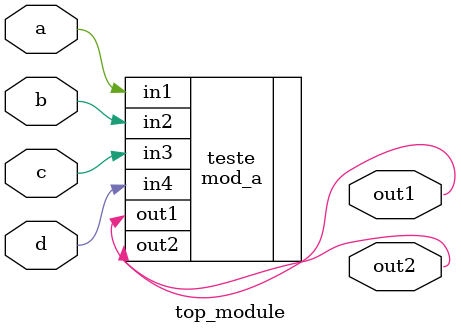
<source format=v>
module top_module ( 
    input a, b, c, d,
    output out1, out2
);

mod_a teste (.out1(out1), .out2(out2), .in1(a), .in2(b), .in3(c), .in4(d));

endmodule
</source>
